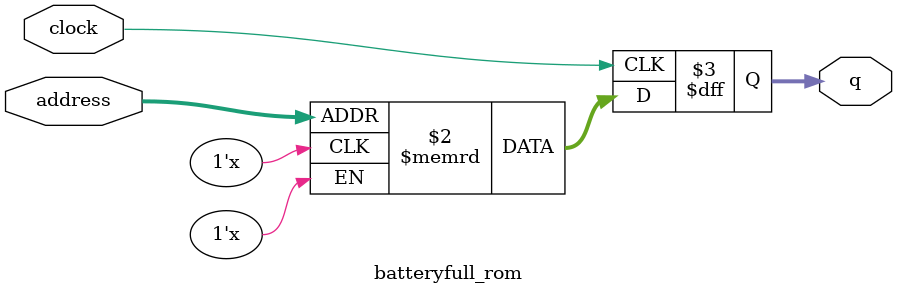
<source format=sv>
module batteryfull_rom (
	input logic clock,
	input logic [10:0] address,
	output logic [3:0] q
);

logic [3:0] memory [0:1363] /* synthesis ram_init_file = "./batteryfull/batteryfull.mif" */;

always_ff @ (posedge clock) begin
	q <= memory[address];
end

endmodule

</source>
